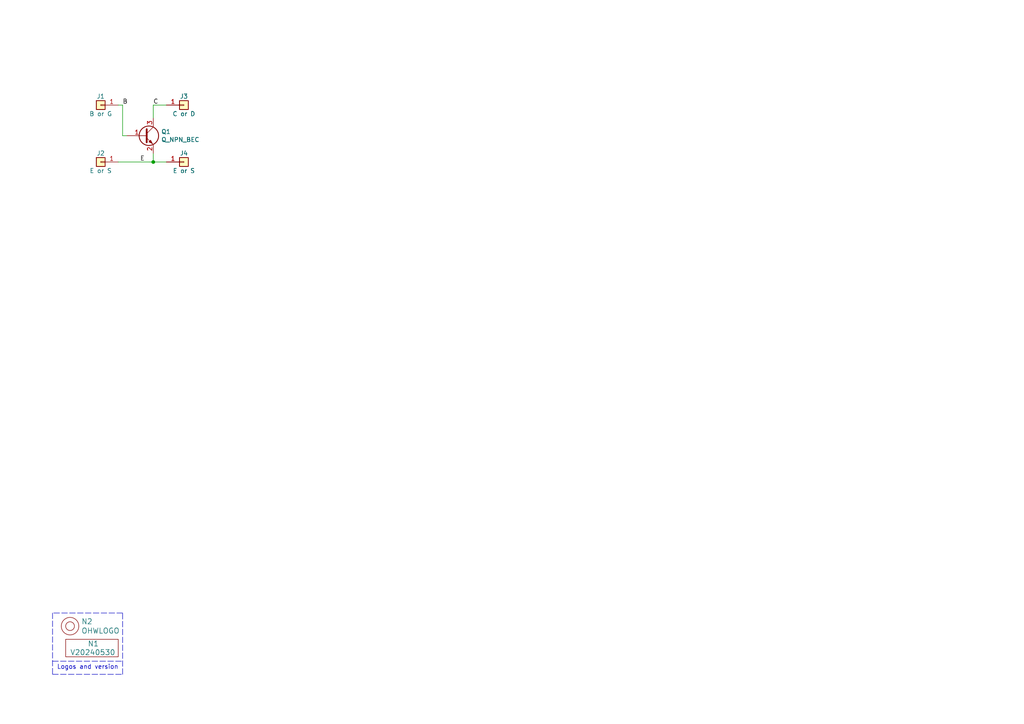
<source format=kicad_sch>
(kicad_sch (version 20230121) (generator eeschema)
  (paper "A4")
  (lib_symbols
    (symbol "Connector_Generic:Conn_01x01" (pin_names (offset 1.016) hide)
      (property "Reference" "J" (at 0 2.54 0))
      (property "Value" "Conn_01x01" (at 0 -2.54 0))
      (symbol "Conn_01x01_1_1"
        (rectangle (start -1.27 0.127) (end 0 -0.127) (stroke (width 0.1524)))
        (rectangle (start -1.27 1.27) (end 1.27 -1.27) (stroke (width 0.254)) (fill (type background)))
        (pin passive line (at -5.08 0 0) (length 3.81) (name "Pin_1") (number "1"))
      )
    )
    (symbol "Device:Q_NPN_BEC" (pin_names (offset 0) hide)
      (property "Reference" "Q" (at 5.08 1.27 0))
      (property "Value" "Q_NPN_BEC" (at 5.08 -1.27 0))
      (symbol "Q_NPN_BEC_0_1"
        (polyline (pts (xy 0.635 0.635) (xy 2.54 2.54)))
        (polyline (pts (xy 0.635 -0.635) (xy 2.54 -2.54) (xy 2.54 -2.54)))
        (polyline (pts (xy 0.635 1.905) (xy 0.635 -1.905) (xy 0.635 -1.905)) (stroke (width 0.508)))
        (polyline (pts (xy 1.27 -1.778) (xy 1.778 -1.27) (xy 2.286 -2.286) (xy 1.27 -1.778) (xy 1.27 -1.778)) (fill (type outline)))
        (circle (center 1.27 0) (radius 2.8194) (stroke (width 0.254)))
      )
      (symbol "Q_NPN_BEC_1_1"
        (pin input line (at -5.08 0 0) (length 5.715) (name "B") (number "1"))
        (pin passive line (at 2.54 -5.08 90) (length 2.54) (name "E") (number "2"))
        (pin passive line (at 2.54 5.08 270) (length 2.54) (name "C") (number "3"))
      )
    )
    (symbol "SquantorLabels:OHWLOGO" (pin_names (offset 1.016))
      (property "Reference" "N" (at 0 3.81 0))
      (property "Value" "OHWLOGO" (at 0 -3.81 0))
      (symbol "OHWLOGO_0_1"
        (circle (center 0 0) (radius 1.27))
        (circle (center 0 0) (radius 2.54))
      )
    )
    (symbol "SquantorLabels:VYYYYMMDD" (pin_names (offset 1.016))
      (property "Reference" "N" (at 0 2.54 0))
      (property "Value" "VYYYYMMDD" (at 0 0 0))
      (symbol "VYYYYMMDD_0_1"
        (rectangle (start 7.62 -1.27) (end -7.62 3.81))
      )
    )
  )
  (junction (at 44.45 46.99))
  (polyline (pts (xy 35.56 177.8) (xy 15.24 177.8)) (stroke (width 0) (type dash)))
  (wire (pts (xy 44.45 34.29) (xy 44.45 30.48)))
  (polyline (pts (xy 15.24 195.58) (xy 35.56 195.58)) (stroke (width 0) (type dash)))
  (wire (pts (xy 44.45 30.48) (xy 48.26 30.48)))
  (polyline (pts (xy 35.56 195.58) (xy 35.56 177.8)) (stroke (width 0) (type dash)))
  (wire (pts (xy 35.56 39.37) (xy 36.83 39.37)))
  (wire (pts (xy 44.45 46.99) (xy 48.26 46.99)))
  (wire (pts (xy 34.29 46.99) (xy 44.45 46.99)))
  (polyline (pts (xy 15.24 177.8) (xy 15.24 195.58)) (stroke (width 0) (type dash)))
  (polyline (pts (xy 15.24 191.77) (xy 35.56 191.77)) (stroke (width 0) (type dash)))
  (wire (pts (xy 34.29 30.48) (xy 35.56 30.48)))
  (wire (pts (xy 35.56 30.48) (xy 35.56 39.37)))
  (wire (pts (xy 44.45 44.45) (xy 44.45 46.99)))
  (text "Logos and version" (at 16.51 194.31 0) (effects (font (size 1.27 1.27)) (justify left bottom)))
  (label "E" (at 40.64 46.99 0))
  (label "C" (at 44.45 30.48 0))
  (label "B" (at 35.56 30.48 0))
  (symbol (lib_id "SquantorLabels:VYYYYMMDD") (at 26.67 189.23 0) (unit 1)
    (property "Reference" "N1" (at 25.4 186.69 0) (effects (font (size 1.524 1.524)) (justify left)))
    (property "Value" "V20240530" (at 20.32 189.23 0) (effects (font (size 1.524 1.524)) (justify left)))
    (property "Footprint" "SquantorLabels:Label_Generic" (effects hide))
  )
  (symbol (lib_id "SquantorLabels:OHWLOGO") (at 20.32 181.61 0) (unit 1)
    (property "Reference" "N2" (at 23.5712 180.2638 0) (effects (font (size 1.524 1.524)) (justify left)))
    (property "Value" "OHWLOGO" (at 23.5712 182.9562 0) (effects (font (size 1.524 1.524)) (justify left)))
    (property "Footprint" "Symbol:OSHW-Symbol_6.7x6mm_SilkScreen" (effects hide))
  )
  (symbol (lib_id "Connector_Generic:Conn_01x01") (at 29.21 46.99 180) (unit 1)
    (property "Reference" "J2" (at 29.21 44.45 0))
    (property "Value" "E or S" (at 29.21 49.53 0))
    (property "Footprint" "mill-max:PC_pin_nail_head_6092" (effects hide))
  )
  (symbol (lib_id "Connector_Generic:Conn_01x01") (at 29.21 30.48 180) (unit 1)
    (property "Reference" "J1" (at 29.21 27.94 0))
    (property "Value" "B or G" (at 29.21 33.02 0))
    (property "Footprint" "mill-max:PC_pin_nail_head_6092" (effects hide))
  )
  (symbol (lib_id "Connector_Generic:Conn_01x01") (at 53.34 30.48 0) (mirror x) (unit 1)
    (property "Reference" "J3" (at 53.34 27.94 0))
    (property "Value" "C or D" (at 53.34 33.02 0))
    (property "Footprint" "mill-max:PC_pin_nail_head_6092" (effects hide))
  )
  (symbol (lib_id "Connector_Generic:Conn_01x01") (at 53.34 46.99 0) (mirror x) (unit 1)
    (property "Reference" "J4" (at 53.34 44.45 0))
    (property "Value" "E or S" (at 53.34 49.53 0))
    (property "Footprint" "mill-max:PC_pin_nail_head_6092" (effects hide))
  )
  (symbol (lib_id "Device:Q_NPN_BEC") (at 41.91 39.37 0) (unit 1)
    (property "Reference" "Q1" (at 46.7614 38.2016 0) (effects (justify left)))
    (property "Value" "Q_NPN_BEC" (at 46.7614 40.513 0) (effects (justify left)))
    (property "Footprint" "SquantorIC:SOT23-3" (effects hide))
  )
)
</source>
